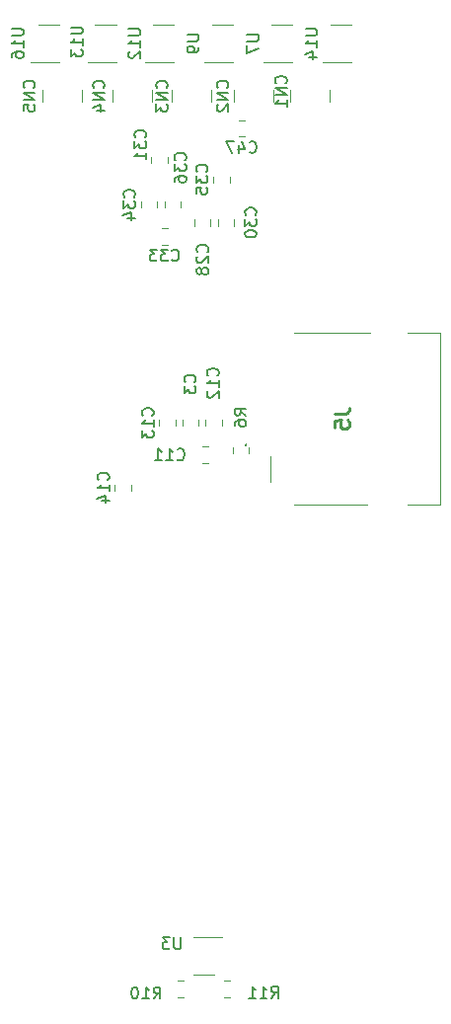
<source format=gbr>
%TF.GenerationSoftware,KiCad,Pcbnew,5.1.6-c6e7f7d~86~ubuntu19.10.1*%
%TF.CreationDate,2020-05-21T12:21:41+02:00*%
%TF.ProjectId,BioElectricalSensor,42696f45-6c65-4637-9472-6963616c5365,rev?*%
%TF.SameCoordinates,Original*%
%TF.FileFunction,Legend,Bot*%
%TF.FilePolarity,Positive*%
%FSLAX46Y46*%
G04 Gerber Fmt 4.6, Leading zero omitted, Abs format (unit mm)*
G04 Created by KiCad (PCBNEW 5.1.6-c6e7f7d~86~ubuntu19.10.1) date 2020-05-21 12:21:41*
%MOMM*%
%LPD*%
G01*
G04 APERTURE LIST*
%ADD10C,0.120000*%
%ADD11C,0.100000*%
%ADD12C,0.200000*%
%ADD13C,0.150000*%
%ADD14C,0.254000*%
G04 APERTURE END LIST*
D10*
%TO.C,C33*%
X35857922Y-45160000D02*
X36375078Y-45160000D01*
X35857922Y-43740000D02*
X36375078Y-43740000D01*
%TO.C,R11*%
X41739078Y-109676000D02*
X41221922Y-109676000D01*
X41739078Y-108256000D02*
X41221922Y-108256000D01*
%TO.C,R10*%
X37284922Y-108256000D02*
X37802078Y-108256000D01*
X37284922Y-109676000D02*
X37802078Y-109676000D01*
%TO.C,CN3*%
X40091000Y-32896000D02*
X40091000Y-31896000D01*
X36731000Y-32896000D02*
X36731000Y-31896000D01*
%TO.C,CN2*%
X45425000Y-32896000D02*
X45425000Y-31896000D01*
X42065000Y-32896000D02*
X42065000Y-31896000D01*
%TO.C,U12*%
X35125000Y-26264000D02*
X36925000Y-26264000D01*
X36925000Y-29484000D02*
X34475000Y-29484000D01*
%TO.C,U7*%
X45285000Y-26264000D02*
X47085000Y-26264000D01*
X47085000Y-29484000D02*
X44635000Y-29484000D01*
%TO.C,U14*%
X50365000Y-26264000D02*
X52165000Y-26264000D01*
X52165000Y-29484000D02*
X49715000Y-29484000D01*
%TO.C,U16*%
X25305000Y-26264000D02*
X27105000Y-26264000D01*
X27105000Y-29484000D02*
X24655000Y-29484000D01*
%TO.C,U13*%
X30172000Y-26264000D02*
X31972000Y-26264000D01*
X31972000Y-29484000D02*
X29522000Y-29484000D01*
%TO.C,U9*%
X40205000Y-26264000D02*
X42005000Y-26264000D01*
X42005000Y-29484000D02*
X39555000Y-29484000D01*
%TO.C,C47*%
X42491922Y-35889000D02*
X43009078Y-35889000D01*
X42491922Y-34469000D02*
X43009078Y-34469000D01*
%TO.C,U3*%
X40397000Y-107716000D02*
X38597000Y-107716000D01*
X38597000Y-104496000D02*
X41047000Y-104496000D01*
%TO.C,R6*%
X41962000Y-62527922D02*
X41962000Y-63045078D01*
X43382000Y-62527922D02*
X43382000Y-63045078D01*
D11*
%TO.C,J5*%
X45253000Y-63268000D02*
X45253000Y-65518000D01*
X45253000Y-65518000D02*
X45253000Y-65518000D01*
X45253000Y-65518000D02*
X45253000Y-63268000D01*
X45253000Y-63268000D02*
X45253000Y-63268000D01*
X47253000Y-67443000D02*
X47253000Y-67443000D01*
X47253000Y-67443000D02*
X53503000Y-67443000D01*
X53503000Y-67443000D02*
X53503000Y-67443000D01*
X53503000Y-67443000D02*
X47253000Y-67443000D01*
X57003000Y-67443000D02*
X57003000Y-67443000D01*
X57003000Y-67443000D02*
X59753000Y-67443000D01*
X59753000Y-67443000D02*
X59753000Y-67443000D01*
X59753000Y-67443000D02*
X57003000Y-67443000D01*
X59753000Y-67443000D02*
X59753000Y-52693000D01*
X59753000Y-52693000D02*
X59753000Y-52693000D01*
X59753000Y-52693000D02*
X59753000Y-67443000D01*
X59753000Y-67443000D02*
X59753000Y-67443000D01*
X59753000Y-52693000D02*
X59753000Y-52693000D01*
X59753000Y-52693000D02*
X57003000Y-52693000D01*
X57003000Y-52693000D02*
X57003000Y-52693000D01*
X57003000Y-52693000D02*
X59753000Y-52693000D01*
X53753000Y-52693000D02*
X53753000Y-52693000D01*
X53753000Y-52693000D02*
X47253000Y-52693000D01*
X47253000Y-52693000D02*
X47253000Y-52693000D01*
X47253000Y-52693000D02*
X53753000Y-52693000D01*
D12*
X43103000Y-62268000D02*
X43103000Y-62268000D01*
X43103000Y-62368000D02*
X43103000Y-62368000D01*
X43103000Y-62268000D02*
X43103000Y-62268000D01*
X43103000Y-62368000D02*
G75*
G03*
X43103000Y-62268000I0J50000D01*
G01*
X43103000Y-62268000D02*
G75*
G03*
X43103000Y-62368000I0J-50000D01*
G01*
X43103000Y-62368000D02*
G75*
G03*
X43103000Y-62268000I0J50000D01*
G01*
D10*
%TO.C,CN5*%
X29042000Y-32896000D02*
X29042000Y-31896000D01*
X25682000Y-32896000D02*
X25682000Y-31896000D01*
%TO.C,CN4*%
X35011000Y-32896000D02*
X35011000Y-31896000D01*
X31651000Y-32896000D02*
X31651000Y-31896000D01*
%TO.C,CN1*%
X50251000Y-32896000D02*
X50251000Y-31896000D01*
X46891000Y-32896000D02*
X46891000Y-31896000D01*
%TO.C,C36*%
X36120000Y-41445922D02*
X36120000Y-41963078D01*
X37540000Y-41445922D02*
X37540000Y-41963078D01*
%TO.C,C35*%
X40311000Y-39286922D02*
X40311000Y-39804078D01*
X41731000Y-39286922D02*
X41731000Y-39804078D01*
%TO.C,C34*%
X34088000Y-41445922D02*
X34088000Y-41963078D01*
X35508000Y-41445922D02*
X35508000Y-41963078D01*
%TO.C,C31*%
X34977000Y-37635922D02*
X34977000Y-38153078D01*
X36397000Y-37635922D02*
X36397000Y-38153078D01*
%TO.C,C30*%
X40692000Y-42999922D02*
X40692000Y-43517078D01*
X42112000Y-42999922D02*
X42112000Y-43517078D01*
%TO.C,C28*%
X38660000Y-42999922D02*
X38660000Y-43517078D01*
X40080000Y-42999922D02*
X40080000Y-43517078D01*
%TO.C,C14*%
X31865500Y-65702922D02*
X31865500Y-66220078D01*
X33285500Y-65702922D02*
X33285500Y-66220078D01*
%TO.C,C13*%
X35675500Y-60178422D02*
X35675500Y-60695578D01*
X37095500Y-60178422D02*
X37095500Y-60695578D01*
%TO.C,C12*%
X39612500Y-60178422D02*
X39612500Y-60695578D01*
X41032500Y-60178422D02*
X41032500Y-60695578D01*
%TO.C,C11*%
X39897578Y-62472500D02*
X39380422Y-62472500D01*
X39897578Y-63892500D02*
X39380422Y-63892500D01*
%TO.C,C3*%
X39064000Y-60695578D02*
X39064000Y-60178422D01*
X37644000Y-60695578D02*
X37644000Y-60178422D01*
%TO.C,C33*%
D13*
X36759357Y-46457142D02*
X36806976Y-46504761D01*
X36949833Y-46552380D01*
X37045071Y-46552380D01*
X37187928Y-46504761D01*
X37283166Y-46409523D01*
X37330785Y-46314285D01*
X37378404Y-46123809D01*
X37378404Y-45980952D01*
X37330785Y-45790476D01*
X37283166Y-45695238D01*
X37187928Y-45600000D01*
X37045071Y-45552380D01*
X36949833Y-45552380D01*
X36806976Y-45600000D01*
X36759357Y-45647619D01*
X36426023Y-45552380D02*
X35806976Y-45552380D01*
X36140309Y-45933333D01*
X35997452Y-45933333D01*
X35902214Y-45980952D01*
X35854595Y-46028571D01*
X35806976Y-46123809D01*
X35806976Y-46361904D01*
X35854595Y-46457142D01*
X35902214Y-46504761D01*
X35997452Y-46552380D01*
X36283166Y-46552380D01*
X36378404Y-46504761D01*
X36426023Y-46457142D01*
X35473642Y-45552380D02*
X34854595Y-45552380D01*
X35187928Y-45933333D01*
X35045071Y-45933333D01*
X34949833Y-45980952D01*
X34902214Y-46028571D01*
X34854595Y-46123809D01*
X34854595Y-46361904D01*
X34902214Y-46457142D01*
X34949833Y-46504761D01*
X35045071Y-46552380D01*
X35330785Y-46552380D01*
X35426023Y-46504761D01*
X35473642Y-46457142D01*
%TO.C,R11*%
X45283357Y-109735880D02*
X45616690Y-109259690D01*
X45854785Y-109735880D02*
X45854785Y-108735880D01*
X45473833Y-108735880D01*
X45378595Y-108783500D01*
X45330976Y-108831119D01*
X45283357Y-108926357D01*
X45283357Y-109069214D01*
X45330976Y-109164452D01*
X45378595Y-109212071D01*
X45473833Y-109259690D01*
X45854785Y-109259690D01*
X44330976Y-109735880D02*
X44902404Y-109735880D01*
X44616690Y-109735880D02*
X44616690Y-108735880D01*
X44711928Y-108878738D01*
X44807166Y-108973976D01*
X44902404Y-109021595D01*
X43378595Y-109735880D02*
X43950023Y-109735880D01*
X43664309Y-109735880D02*
X43664309Y-108735880D01*
X43759547Y-108878738D01*
X43854785Y-108973976D01*
X43950023Y-109021595D01*
%TO.C,R10*%
X35186857Y-109799380D02*
X35520190Y-109323190D01*
X35758285Y-109799380D02*
X35758285Y-108799380D01*
X35377333Y-108799380D01*
X35282095Y-108847000D01*
X35234476Y-108894619D01*
X35186857Y-108989857D01*
X35186857Y-109132714D01*
X35234476Y-109227952D01*
X35282095Y-109275571D01*
X35377333Y-109323190D01*
X35758285Y-109323190D01*
X34234476Y-109799380D02*
X34805904Y-109799380D01*
X34520190Y-109799380D02*
X34520190Y-108799380D01*
X34615428Y-108942238D01*
X34710666Y-109037476D01*
X34805904Y-109085095D01*
X33615428Y-108799380D02*
X33520190Y-108799380D01*
X33424952Y-108847000D01*
X33377333Y-108894619D01*
X33329714Y-108989857D01*
X33282095Y-109180333D01*
X33282095Y-109418428D01*
X33329714Y-109608904D01*
X33377333Y-109704142D01*
X33424952Y-109751761D01*
X33520190Y-109799380D01*
X33615428Y-109799380D01*
X33710666Y-109751761D01*
X33758285Y-109704142D01*
X33805904Y-109608904D01*
X33853523Y-109418428D01*
X33853523Y-109180333D01*
X33805904Y-108989857D01*
X33758285Y-108894619D01*
X33710666Y-108847000D01*
X33615428Y-108799380D01*
%TO.C,CN3*%
X36298142Y-31705523D02*
X36345761Y-31657904D01*
X36393380Y-31515047D01*
X36393380Y-31419809D01*
X36345761Y-31276952D01*
X36250523Y-31181714D01*
X36155285Y-31134095D01*
X35964809Y-31086476D01*
X35821952Y-31086476D01*
X35631476Y-31134095D01*
X35536238Y-31181714D01*
X35441000Y-31276952D01*
X35393380Y-31419809D01*
X35393380Y-31515047D01*
X35441000Y-31657904D01*
X35488619Y-31705523D01*
X36393380Y-32134095D02*
X35393380Y-32134095D01*
X36393380Y-32705523D01*
X35393380Y-32705523D01*
X35393380Y-33086476D02*
X35393380Y-33705523D01*
X35774333Y-33372190D01*
X35774333Y-33515047D01*
X35821952Y-33610285D01*
X35869571Y-33657904D01*
X35964809Y-33705523D01*
X36202904Y-33705523D01*
X36298142Y-33657904D01*
X36345761Y-33610285D01*
X36393380Y-33515047D01*
X36393380Y-33229333D01*
X36345761Y-33134095D01*
X36298142Y-33086476D01*
%TO.C,CN2*%
X41505142Y-31705523D02*
X41552761Y-31657904D01*
X41600380Y-31515047D01*
X41600380Y-31419809D01*
X41552761Y-31276952D01*
X41457523Y-31181714D01*
X41362285Y-31134095D01*
X41171809Y-31086476D01*
X41028952Y-31086476D01*
X40838476Y-31134095D01*
X40743238Y-31181714D01*
X40648000Y-31276952D01*
X40600380Y-31419809D01*
X40600380Y-31515047D01*
X40648000Y-31657904D01*
X40695619Y-31705523D01*
X41600380Y-32134095D02*
X40600380Y-32134095D01*
X41600380Y-32705523D01*
X40600380Y-32705523D01*
X40695619Y-33134095D02*
X40648000Y-33181714D01*
X40600380Y-33276952D01*
X40600380Y-33515047D01*
X40648000Y-33610285D01*
X40695619Y-33657904D01*
X40790857Y-33705523D01*
X40886095Y-33705523D01*
X41028952Y-33657904D01*
X41600380Y-33086476D01*
X41600380Y-33705523D01*
%TO.C,U12*%
X33043880Y-26638404D02*
X33853404Y-26638404D01*
X33948642Y-26686023D01*
X33996261Y-26733642D01*
X34043880Y-26828880D01*
X34043880Y-27019357D01*
X33996261Y-27114595D01*
X33948642Y-27162214D01*
X33853404Y-27209833D01*
X33043880Y-27209833D01*
X34043880Y-28209833D02*
X34043880Y-27638404D01*
X34043880Y-27924119D02*
X33043880Y-27924119D01*
X33186738Y-27828880D01*
X33281976Y-27733642D01*
X33329595Y-27638404D01*
X33139119Y-28590785D02*
X33091500Y-28638404D01*
X33043880Y-28733642D01*
X33043880Y-28971738D01*
X33091500Y-29066976D01*
X33139119Y-29114595D01*
X33234357Y-29162214D01*
X33329595Y-29162214D01*
X33472452Y-29114595D01*
X34043880Y-28543166D01*
X34043880Y-29162214D01*
%TO.C,U7*%
X43203880Y-27114595D02*
X44013404Y-27114595D01*
X44108642Y-27162214D01*
X44156261Y-27209833D01*
X44203880Y-27305071D01*
X44203880Y-27495547D01*
X44156261Y-27590785D01*
X44108642Y-27638404D01*
X44013404Y-27686023D01*
X43203880Y-27686023D01*
X43203880Y-28066976D02*
X43203880Y-28733642D01*
X44203880Y-28305071D01*
%TO.C,U14*%
X48220380Y-26638404D02*
X49029904Y-26638404D01*
X49125142Y-26686023D01*
X49172761Y-26733642D01*
X49220380Y-26828880D01*
X49220380Y-27019357D01*
X49172761Y-27114595D01*
X49125142Y-27162214D01*
X49029904Y-27209833D01*
X48220380Y-27209833D01*
X49220380Y-28209833D02*
X49220380Y-27638404D01*
X49220380Y-27924119D02*
X48220380Y-27924119D01*
X48363238Y-27828880D01*
X48458476Y-27733642D01*
X48506095Y-27638404D01*
X48553714Y-29066976D02*
X49220380Y-29066976D01*
X48172761Y-28828880D02*
X48887047Y-28590785D01*
X48887047Y-29209833D01*
%TO.C,U16*%
X23010880Y-26638404D02*
X23820404Y-26638404D01*
X23915642Y-26686023D01*
X23963261Y-26733642D01*
X24010880Y-26828880D01*
X24010880Y-27019357D01*
X23963261Y-27114595D01*
X23915642Y-27162214D01*
X23820404Y-27209833D01*
X23010880Y-27209833D01*
X24010880Y-28209833D02*
X24010880Y-27638404D01*
X24010880Y-27924119D02*
X23010880Y-27924119D01*
X23153738Y-27828880D01*
X23248976Y-27733642D01*
X23296595Y-27638404D01*
X23010880Y-29066976D02*
X23010880Y-28876500D01*
X23058500Y-28781261D01*
X23106119Y-28733642D01*
X23248976Y-28638404D01*
X23439452Y-28590785D01*
X23820404Y-28590785D01*
X23915642Y-28638404D01*
X23963261Y-28686023D01*
X24010880Y-28781261D01*
X24010880Y-28971738D01*
X23963261Y-29066976D01*
X23915642Y-29114595D01*
X23820404Y-29162214D01*
X23582309Y-29162214D01*
X23487071Y-29114595D01*
X23439452Y-29066976D01*
X23391833Y-28971738D01*
X23391833Y-28781261D01*
X23439452Y-28686023D01*
X23487071Y-28638404D01*
X23582309Y-28590785D01*
%TO.C,U13*%
X28090880Y-26511404D02*
X28900404Y-26511404D01*
X28995642Y-26559023D01*
X29043261Y-26606642D01*
X29090880Y-26701880D01*
X29090880Y-26892357D01*
X29043261Y-26987595D01*
X28995642Y-27035214D01*
X28900404Y-27082833D01*
X28090880Y-27082833D01*
X29090880Y-28082833D02*
X29090880Y-27511404D01*
X29090880Y-27797119D02*
X28090880Y-27797119D01*
X28233738Y-27701880D01*
X28328976Y-27606642D01*
X28376595Y-27511404D01*
X28090880Y-28416166D02*
X28090880Y-29035214D01*
X28471833Y-28701880D01*
X28471833Y-28844738D01*
X28519452Y-28939976D01*
X28567071Y-28987595D01*
X28662309Y-29035214D01*
X28900404Y-29035214D01*
X28995642Y-28987595D01*
X29043261Y-28939976D01*
X29090880Y-28844738D01*
X29090880Y-28559023D01*
X29043261Y-28463785D01*
X28995642Y-28416166D01*
%TO.C,U9*%
X38060380Y-27114595D02*
X38869904Y-27114595D01*
X38965142Y-27162214D01*
X39012761Y-27209833D01*
X39060380Y-27305071D01*
X39060380Y-27495547D01*
X39012761Y-27590785D01*
X38965142Y-27638404D01*
X38869904Y-27686023D01*
X38060380Y-27686023D01*
X39060380Y-28209833D02*
X39060380Y-28400309D01*
X39012761Y-28495547D01*
X38965142Y-28543166D01*
X38822285Y-28638404D01*
X38631809Y-28686023D01*
X38250857Y-28686023D01*
X38155619Y-28638404D01*
X38108000Y-28590785D01*
X38060380Y-28495547D01*
X38060380Y-28305071D01*
X38108000Y-28209833D01*
X38155619Y-28162214D01*
X38250857Y-28114595D01*
X38488952Y-28114595D01*
X38584190Y-28162214D01*
X38631809Y-28209833D01*
X38679428Y-28305071D01*
X38679428Y-28495547D01*
X38631809Y-28590785D01*
X38584190Y-28638404D01*
X38488952Y-28686023D01*
%TO.C,C47*%
X43393357Y-37186142D02*
X43440976Y-37233761D01*
X43583833Y-37281380D01*
X43679071Y-37281380D01*
X43821928Y-37233761D01*
X43917166Y-37138523D01*
X43964785Y-37043285D01*
X44012404Y-36852809D01*
X44012404Y-36709952D01*
X43964785Y-36519476D01*
X43917166Y-36424238D01*
X43821928Y-36329000D01*
X43679071Y-36281380D01*
X43583833Y-36281380D01*
X43440976Y-36329000D01*
X43393357Y-36376619D01*
X42536214Y-36614714D02*
X42536214Y-37281380D01*
X42774309Y-36233761D02*
X43012404Y-36948047D01*
X42393357Y-36948047D01*
X42107642Y-36281380D02*
X41440976Y-36281380D01*
X41869547Y-37281380D01*
%TO.C,U3*%
X37528404Y-104544880D02*
X37528404Y-105354404D01*
X37480785Y-105449642D01*
X37433166Y-105497261D01*
X37337928Y-105544880D01*
X37147452Y-105544880D01*
X37052214Y-105497261D01*
X37004595Y-105449642D01*
X36956976Y-105354404D01*
X36956976Y-104544880D01*
X36576023Y-104544880D02*
X35956976Y-104544880D01*
X36290309Y-104925833D01*
X36147452Y-104925833D01*
X36052214Y-104973452D01*
X36004595Y-105021071D01*
X35956976Y-105116309D01*
X35956976Y-105354404D01*
X36004595Y-105449642D01*
X36052214Y-105497261D01*
X36147452Y-105544880D01*
X36433166Y-105544880D01*
X36528404Y-105497261D01*
X36576023Y-105449642D01*
%TO.C,R6*%
X43124380Y-59777333D02*
X42648190Y-59444000D01*
X43124380Y-59205904D02*
X42124380Y-59205904D01*
X42124380Y-59586857D01*
X42172000Y-59682095D01*
X42219619Y-59729714D01*
X42314857Y-59777333D01*
X42457714Y-59777333D01*
X42552952Y-59729714D01*
X42600571Y-59682095D01*
X42648190Y-59586857D01*
X42648190Y-59205904D01*
X42124380Y-60634476D02*
X42124380Y-60444000D01*
X42172000Y-60348761D01*
X42219619Y-60301142D01*
X42362476Y-60205904D01*
X42552952Y-60158285D01*
X42933904Y-60158285D01*
X43029142Y-60205904D01*
X43076761Y-60253523D01*
X43124380Y-60348761D01*
X43124380Y-60539238D01*
X43076761Y-60634476D01*
X43029142Y-60682095D01*
X42933904Y-60729714D01*
X42695809Y-60729714D01*
X42600571Y-60682095D01*
X42552952Y-60634476D01*
X42505333Y-60539238D01*
X42505333Y-60348761D01*
X42552952Y-60253523D01*
X42600571Y-60205904D01*
X42695809Y-60158285D01*
%TO.C,J5*%
D14*
X50707523Y-59644666D02*
X51614666Y-59644666D01*
X51796095Y-59584190D01*
X51917047Y-59463238D01*
X51977523Y-59281809D01*
X51977523Y-59160857D01*
X50707523Y-60854190D02*
X50707523Y-60249428D01*
X51312285Y-60188952D01*
X51251809Y-60249428D01*
X51191333Y-60370380D01*
X51191333Y-60672761D01*
X51251809Y-60793714D01*
X51312285Y-60854190D01*
X51433238Y-60914666D01*
X51735619Y-60914666D01*
X51856571Y-60854190D01*
X51917047Y-60793714D01*
X51977523Y-60672761D01*
X51977523Y-60370380D01*
X51917047Y-60249428D01*
X51856571Y-60188952D01*
%TO.C,CN5*%
D13*
X24919142Y-31705523D02*
X24966761Y-31657904D01*
X25014380Y-31515047D01*
X25014380Y-31419809D01*
X24966761Y-31276952D01*
X24871523Y-31181714D01*
X24776285Y-31134095D01*
X24585809Y-31086476D01*
X24442952Y-31086476D01*
X24252476Y-31134095D01*
X24157238Y-31181714D01*
X24062000Y-31276952D01*
X24014380Y-31419809D01*
X24014380Y-31515047D01*
X24062000Y-31657904D01*
X24109619Y-31705523D01*
X25014380Y-32134095D02*
X24014380Y-32134095D01*
X25014380Y-32705523D01*
X24014380Y-32705523D01*
X24014380Y-33657904D02*
X24014380Y-33181714D01*
X24490571Y-33134095D01*
X24442952Y-33181714D01*
X24395333Y-33276952D01*
X24395333Y-33515047D01*
X24442952Y-33610285D01*
X24490571Y-33657904D01*
X24585809Y-33705523D01*
X24823904Y-33705523D01*
X24919142Y-33657904D01*
X24966761Y-33610285D01*
X25014380Y-33515047D01*
X25014380Y-33276952D01*
X24966761Y-33181714D01*
X24919142Y-33134095D01*
%TO.C,CN4*%
X30888142Y-31705523D02*
X30935761Y-31657904D01*
X30983380Y-31515047D01*
X30983380Y-31419809D01*
X30935761Y-31276952D01*
X30840523Y-31181714D01*
X30745285Y-31134095D01*
X30554809Y-31086476D01*
X30411952Y-31086476D01*
X30221476Y-31134095D01*
X30126238Y-31181714D01*
X30031000Y-31276952D01*
X29983380Y-31419809D01*
X29983380Y-31515047D01*
X30031000Y-31657904D01*
X30078619Y-31705523D01*
X30983380Y-32134095D02*
X29983380Y-32134095D01*
X30983380Y-32705523D01*
X29983380Y-32705523D01*
X30316714Y-33610285D02*
X30983380Y-33610285D01*
X29935761Y-33372190D02*
X30650047Y-33134095D01*
X30650047Y-33753142D01*
%TO.C,CN1*%
X46521642Y-31313523D02*
X46569261Y-31265904D01*
X46616880Y-31123047D01*
X46616880Y-31027809D01*
X46569261Y-30884952D01*
X46474023Y-30789714D01*
X46378785Y-30742095D01*
X46188309Y-30694476D01*
X46045452Y-30694476D01*
X45854976Y-30742095D01*
X45759738Y-30789714D01*
X45664500Y-30884952D01*
X45616880Y-31027809D01*
X45616880Y-31123047D01*
X45664500Y-31265904D01*
X45712119Y-31313523D01*
X46616880Y-31742095D02*
X45616880Y-31742095D01*
X46616880Y-32313523D01*
X45616880Y-32313523D01*
X46616880Y-33313523D02*
X46616880Y-32742095D01*
X46616880Y-33027809D02*
X45616880Y-33027809D01*
X45759738Y-32932571D01*
X45854976Y-32837333D01*
X45902595Y-32742095D01*
%TO.C,C36*%
X37885642Y-37901642D02*
X37933261Y-37854023D01*
X37980880Y-37711166D01*
X37980880Y-37615928D01*
X37933261Y-37473071D01*
X37838023Y-37377833D01*
X37742785Y-37330214D01*
X37552309Y-37282595D01*
X37409452Y-37282595D01*
X37218976Y-37330214D01*
X37123738Y-37377833D01*
X37028500Y-37473071D01*
X36980880Y-37615928D01*
X36980880Y-37711166D01*
X37028500Y-37854023D01*
X37076119Y-37901642D01*
X36980880Y-38234976D02*
X36980880Y-38854023D01*
X37361833Y-38520690D01*
X37361833Y-38663547D01*
X37409452Y-38758785D01*
X37457071Y-38806404D01*
X37552309Y-38854023D01*
X37790404Y-38854023D01*
X37885642Y-38806404D01*
X37933261Y-38758785D01*
X37980880Y-38663547D01*
X37980880Y-38377833D01*
X37933261Y-38282595D01*
X37885642Y-38234976D01*
X36980880Y-39711166D02*
X36980880Y-39520690D01*
X37028500Y-39425452D01*
X37076119Y-39377833D01*
X37218976Y-39282595D01*
X37409452Y-39234976D01*
X37790404Y-39234976D01*
X37885642Y-39282595D01*
X37933261Y-39330214D01*
X37980880Y-39425452D01*
X37980880Y-39615928D01*
X37933261Y-39711166D01*
X37885642Y-39758785D01*
X37790404Y-39806404D01*
X37552309Y-39806404D01*
X37457071Y-39758785D01*
X37409452Y-39711166D01*
X37361833Y-39615928D01*
X37361833Y-39425452D01*
X37409452Y-39330214D01*
X37457071Y-39282595D01*
X37552309Y-39234976D01*
%TO.C,C35*%
X39728142Y-38902642D02*
X39775761Y-38855023D01*
X39823380Y-38712166D01*
X39823380Y-38616928D01*
X39775761Y-38474071D01*
X39680523Y-38378833D01*
X39585285Y-38331214D01*
X39394809Y-38283595D01*
X39251952Y-38283595D01*
X39061476Y-38331214D01*
X38966238Y-38378833D01*
X38871000Y-38474071D01*
X38823380Y-38616928D01*
X38823380Y-38712166D01*
X38871000Y-38855023D01*
X38918619Y-38902642D01*
X38823380Y-39235976D02*
X38823380Y-39855023D01*
X39204333Y-39521690D01*
X39204333Y-39664547D01*
X39251952Y-39759785D01*
X39299571Y-39807404D01*
X39394809Y-39855023D01*
X39632904Y-39855023D01*
X39728142Y-39807404D01*
X39775761Y-39759785D01*
X39823380Y-39664547D01*
X39823380Y-39378833D01*
X39775761Y-39283595D01*
X39728142Y-39235976D01*
X38823380Y-40759785D02*
X38823380Y-40283595D01*
X39299571Y-40235976D01*
X39251952Y-40283595D01*
X39204333Y-40378833D01*
X39204333Y-40616928D01*
X39251952Y-40712166D01*
X39299571Y-40759785D01*
X39394809Y-40807404D01*
X39632904Y-40807404D01*
X39728142Y-40759785D01*
X39775761Y-40712166D01*
X39823380Y-40616928D01*
X39823380Y-40378833D01*
X39775761Y-40283595D01*
X39728142Y-40235976D01*
%TO.C,C34*%
X33505142Y-41061642D02*
X33552761Y-41014023D01*
X33600380Y-40871166D01*
X33600380Y-40775928D01*
X33552761Y-40633071D01*
X33457523Y-40537833D01*
X33362285Y-40490214D01*
X33171809Y-40442595D01*
X33028952Y-40442595D01*
X32838476Y-40490214D01*
X32743238Y-40537833D01*
X32648000Y-40633071D01*
X32600380Y-40775928D01*
X32600380Y-40871166D01*
X32648000Y-41014023D01*
X32695619Y-41061642D01*
X32600380Y-41394976D02*
X32600380Y-42014023D01*
X32981333Y-41680690D01*
X32981333Y-41823547D01*
X33028952Y-41918785D01*
X33076571Y-41966404D01*
X33171809Y-42014023D01*
X33409904Y-42014023D01*
X33505142Y-41966404D01*
X33552761Y-41918785D01*
X33600380Y-41823547D01*
X33600380Y-41537833D01*
X33552761Y-41442595D01*
X33505142Y-41394976D01*
X32933714Y-42871166D02*
X33600380Y-42871166D01*
X32552761Y-42633071D02*
X33267047Y-42394976D01*
X33267047Y-43014023D01*
%TO.C,C31*%
X34456642Y-35933142D02*
X34504261Y-35885523D01*
X34551880Y-35742666D01*
X34551880Y-35647428D01*
X34504261Y-35504571D01*
X34409023Y-35409333D01*
X34313785Y-35361714D01*
X34123309Y-35314095D01*
X33980452Y-35314095D01*
X33789976Y-35361714D01*
X33694738Y-35409333D01*
X33599500Y-35504571D01*
X33551880Y-35647428D01*
X33551880Y-35742666D01*
X33599500Y-35885523D01*
X33647119Y-35933142D01*
X33551880Y-36266476D02*
X33551880Y-36885523D01*
X33932833Y-36552190D01*
X33932833Y-36695047D01*
X33980452Y-36790285D01*
X34028071Y-36837904D01*
X34123309Y-36885523D01*
X34361404Y-36885523D01*
X34456642Y-36837904D01*
X34504261Y-36790285D01*
X34551880Y-36695047D01*
X34551880Y-36409333D01*
X34504261Y-36314095D01*
X34456642Y-36266476D01*
X34551880Y-37837904D02*
X34551880Y-37266476D01*
X34551880Y-37552190D02*
X33551880Y-37552190D01*
X33694738Y-37456952D01*
X33789976Y-37361714D01*
X33837595Y-37266476D01*
%TO.C,C30*%
X43918142Y-42600642D02*
X43965761Y-42553023D01*
X44013380Y-42410166D01*
X44013380Y-42314928D01*
X43965761Y-42172071D01*
X43870523Y-42076833D01*
X43775285Y-42029214D01*
X43584809Y-41981595D01*
X43441952Y-41981595D01*
X43251476Y-42029214D01*
X43156238Y-42076833D01*
X43061000Y-42172071D01*
X43013380Y-42314928D01*
X43013380Y-42410166D01*
X43061000Y-42553023D01*
X43108619Y-42600642D01*
X43013380Y-42933976D02*
X43013380Y-43553023D01*
X43394333Y-43219690D01*
X43394333Y-43362547D01*
X43441952Y-43457785D01*
X43489571Y-43505404D01*
X43584809Y-43553023D01*
X43822904Y-43553023D01*
X43918142Y-43505404D01*
X43965761Y-43457785D01*
X44013380Y-43362547D01*
X44013380Y-43076833D01*
X43965761Y-42981595D01*
X43918142Y-42933976D01*
X43013380Y-44172071D02*
X43013380Y-44267309D01*
X43061000Y-44362547D01*
X43108619Y-44410166D01*
X43203857Y-44457785D01*
X43394333Y-44505404D01*
X43632428Y-44505404D01*
X43822904Y-44457785D01*
X43918142Y-44410166D01*
X43965761Y-44362547D01*
X44013380Y-44267309D01*
X44013380Y-44172071D01*
X43965761Y-44076833D01*
X43918142Y-44029214D01*
X43822904Y-43981595D01*
X43632428Y-43933976D01*
X43394333Y-43933976D01*
X43203857Y-43981595D01*
X43108619Y-44029214D01*
X43061000Y-44076833D01*
X43013380Y-44172071D01*
%TO.C,C28*%
X39790642Y-45775642D02*
X39838261Y-45728023D01*
X39885880Y-45585166D01*
X39885880Y-45489928D01*
X39838261Y-45347071D01*
X39743023Y-45251833D01*
X39647785Y-45204214D01*
X39457309Y-45156595D01*
X39314452Y-45156595D01*
X39123976Y-45204214D01*
X39028738Y-45251833D01*
X38933500Y-45347071D01*
X38885880Y-45489928D01*
X38885880Y-45585166D01*
X38933500Y-45728023D01*
X38981119Y-45775642D01*
X38981119Y-46156595D02*
X38933500Y-46204214D01*
X38885880Y-46299452D01*
X38885880Y-46537547D01*
X38933500Y-46632785D01*
X38981119Y-46680404D01*
X39076357Y-46728023D01*
X39171595Y-46728023D01*
X39314452Y-46680404D01*
X39885880Y-46108976D01*
X39885880Y-46728023D01*
X39314452Y-47299452D02*
X39266833Y-47204214D01*
X39219214Y-47156595D01*
X39123976Y-47108976D01*
X39076357Y-47108976D01*
X38981119Y-47156595D01*
X38933500Y-47204214D01*
X38885880Y-47299452D01*
X38885880Y-47489928D01*
X38933500Y-47585166D01*
X38981119Y-47632785D01*
X39076357Y-47680404D01*
X39123976Y-47680404D01*
X39219214Y-47632785D01*
X39266833Y-47585166D01*
X39314452Y-47489928D01*
X39314452Y-47299452D01*
X39362071Y-47204214D01*
X39409690Y-47156595D01*
X39504928Y-47108976D01*
X39695404Y-47108976D01*
X39790642Y-47156595D01*
X39838261Y-47204214D01*
X39885880Y-47299452D01*
X39885880Y-47489928D01*
X39838261Y-47585166D01*
X39790642Y-47632785D01*
X39695404Y-47680404D01*
X39504928Y-47680404D01*
X39409690Y-47632785D01*
X39362071Y-47585166D01*
X39314452Y-47489928D01*
%TO.C,C14*%
X31282642Y-65318642D02*
X31330261Y-65271023D01*
X31377880Y-65128166D01*
X31377880Y-65032928D01*
X31330261Y-64890071D01*
X31235023Y-64794833D01*
X31139785Y-64747214D01*
X30949309Y-64699595D01*
X30806452Y-64699595D01*
X30615976Y-64747214D01*
X30520738Y-64794833D01*
X30425500Y-64890071D01*
X30377880Y-65032928D01*
X30377880Y-65128166D01*
X30425500Y-65271023D01*
X30473119Y-65318642D01*
X31377880Y-66271023D02*
X31377880Y-65699595D01*
X31377880Y-65985309D02*
X30377880Y-65985309D01*
X30520738Y-65890071D01*
X30615976Y-65794833D01*
X30663595Y-65699595D01*
X30711214Y-67128166D02*
X31377880Y-67128166D01*
X30330261Y-66890071D02*
X31044547Y-66651976D01*
X31044547Y-67271023D01*
%TO.C,C13*%
X35092642Y-59794142D02*
X35140261Y-59746523D01*
X35187880Y-59603666D01*
X35187880Y-59508428D01*
X35140261Y-59365571D01*
X35045023Y-59270333D01*
X34949785Y-59222714D01*
X34759309Y-59175095D01*
X34616452Y-59175095D01*
X34425976Y-59222714D01*
X34330738Y-59270333D01*
X34235500Y-59365571D01*
X34187880Y-59508428D01*
X34187880Y-59603666D01*
X34235500Y-59746523D01*
X34283119Y-59794142D01*
X35187880Y-60746523D02*
X35187880Y-60175095D01*
X35187880Y-60460809D02*
X34187880Y-60460809D01*
X34330738Y-60365571D01*
X34425976Y-60270333D01*
X34473595Y-60175095D01*
X34187880Y-61079857D02*
X34187880Y-61698904D01*
X34568833Y-61365571D01*
X34568833Y-61508428D01*
X34616452Y-61603666D01*
X34664071Y-61651285D01*
X34759309Y-61698904D01*
X34997404Y-61698904D01*
X35092642Y-61651285D01*
X35140261Y-61603666D01*
X35187880Y-61508428D01*
X35187880Y-61222714D01*
X35140261Y-61127476D01*
X35092642Y-61079857D01*
%TO.C,C12*%
X40679642Y-56380142D02*
X40727261Y-56332523D01*
X40774880Y-56189666D01*
X40774880Y-56094428D01*
X40727261Y-55951571D01*
X40632023Y-55856333D01*
X40536785Y-55808714D01*
X40346309Y-55761095D01*
X40203452Y-55761095D01*
X40012976Y-55808714D01*
X39917738Y-55856333D01*
X39822500Y-55951571D01*
X39774880Y-56094428D01*
X39774880Y-56189666D01*
X39822500Y-56332523D01*
X39870119Y-56380142D01*
X40774880Y-57332523D02*
X40774880Y-56761095D01*
X40774880Y-57046809D02*
X39774880Y-57046809D01*
X39917738Y-56951571D01*
X40012976Y-56856333D01*
X40060595Y-56761095D01*
X39870119Y-57713476D02*
X39822500Y-57761095D01*
X39774880Y-57856333D01*
X39774880Y-58094428D01*
X39822500Y-58189666D01*
X39870119Y-58237285D01*
X39965357Y-58284904D01*
X40060595Y-58284904D01*
X40203452Y-58237285D01*
X40774880Y-57665857D01*
X40774880Y-58284904D01*
%TO.C,C11*%
X37218857Y-63539642D02*
X37266476Y-63587261D01*
X37409333Y-63634880D01*
X37504571Y-63634880D01*
X37647428Y-63587261D01*
X37742666Y-63492023D01*
X37790285Y-63396785D01*
X37837904Y-63206309D01*
X37837904Y-63063452D01*
X37790285Y-62872976D01*
X37742666Y-62777738D01*
X37647428Y-62682500D01*
X37504571Y-62634880D01*
X37409333Y-62634880D01*
X37266476Y-62682500D01*
X37218857Y-62730119D01*
X36266476Y-63634880D02*
X36837904Y-63634880D01*
X36552190Y-63634880D02*
X36552190Y-62634880D01*
X36647428Y-62777738D01*
X36742666Y-62872976D01*
X36837904Y-62920595D01*
X35314095Y-63634880D02*
X35885523Y-63634880D01*
X35599809Y-63634880D02*
X35599809Y-62634880D01*
X35695047Y-62777738D01*
X35790285Y-62872976D01*
X35885523Y-62920595D01*
%TO.C,C3*%
X38711142Y-56919833D02*
X38758761Y-56872214D01*
X38806380Y-56729357D01*
X38806380Y-56634119D01*
X38758761Y-56491261D01*
X38663523Y-56396023D01*
X38568285Y-56348404D01*
X38377809Y-56300785D01*
X38234952Y-56300785D01*
X38044476Y-56348404D01*
X37949238Y-56396023D01*
X37854000Y-56491261D01*
X37806380Y-56634119D01*
X37806380Y-56729357D01*
X37854000Y-56872214D01*
X37901619Y-56919833D01*
X37806380Y-57253166D02*
X37806380Y-57872214D01*
X38187333Y-57538880D01*
X38187333Y-57681738D01*
X38234952Y-57776976D01*
X38282571Y-57824595D01*
X38377809Y-57872214D01*
X38615904Y-57872214D01*
X38711142Y-57824595D01*
X38758761Y-57776976D01*
X38806380Y-57681738D01*
X38806380Y-57396023D01*
X38758761Y-57300785D01*
X38711142Y-57253166D01*
%TD*%
M02*

</source>
